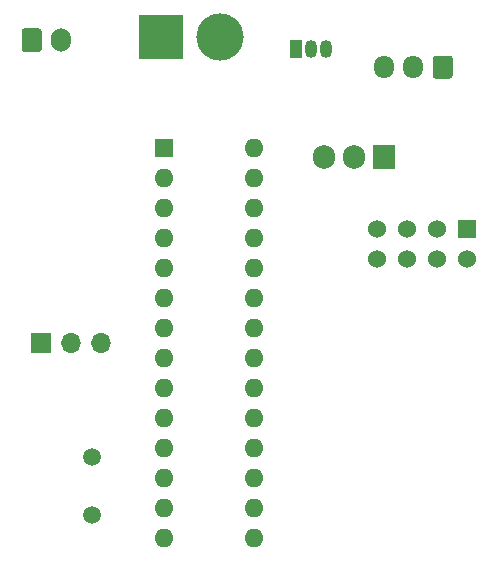
<source format=gbr>
G04 #@! TF.GenerationSoftware,KiCad,Pcbnew,5.1.6-c6e7f7d~87~ubuntu20.04.1*
G04 #@! TF.CreationDate,2020-09-27T23:00:53+02:00*
G04 #@! TF.ProjectId,soil_humidity_module,736f696c-5f68-4756-9d69-646974795f6d,rev?*
G04 #@! TF.SameCoordinates,Original*
G04 #@! TF.FileFunction,Soldermask,Bot*
G04 #@! TF.FilePolarity,Negative*
%FSLAX46Y46*%
G04 Gerber Fmt 4.6, Leading zero omitted, Abs format (unit mm)*
G04 Created by KiCad (PCBNEW 5.1.6-c6e7f7d~87~ubuntu20.04.1) date 2020-09-27 23:00:53*
%MOMM*%
%LPD*%
G01*
G04 APERTURE LIST*
%ADD10O,1.700000X2.000000*%
%ADD11O,1.700000X1.700000*%
%ADD12R,1.700000X1.700000*%
%ADD13C,1.524000*%
%ADD14R,1.524000X1.524000*%
%ADD15R,3.800000X3.800000*%
%ADD16C,4.000000*%
%ADD17R,1.905000X2.000000*%
%ADD18O,1.905000X2.000000*%
%ADD19O,1.050000X1.500000*%
%ADD20R,1.050000X1.500000*%
%ADD21O,1.700000X1.950000*%
%ADD22R,1.600000X1.600000*%
%ADD23O,1.600000X1.600000*%
%ADD24C,1.500000*%
G04 APERTURE END LIST*
D10*
X137120000Y-84074000D03*
G36*
G01*
X133770000Y-84824000D02*
X133770000Y-83324000D01*
G75*
G02*
X134020000Y-83074000I250000J0D01*
G01*
X135220000Y-83074000D01*
G75*
G02*
X135470000Y-83324000I0J-250000D01*
G01*
X135470000Y-84824000D01*
G75*
G02*
X135220000Y-85074000I-250000J0D01*
G01*
X134020000Y-85074000D01*
G75*
G02*
X133770000Y-84824000I0J250000D01*
G01*
G37*
D11*
X140462000Y-109728000D03*
X137922000Y-109728000D03*
D12*
X135382000Y-109728000D03*
D13*
X163830000Y-102616000D03*
X163830000Y-100076000D03*
X166370000Y-102616000D03*
X166370000Y-100076000D03*
X168910000Y-102616000D03*
X168910000Y-100076000D03*
X171450000Y-102616000D03*
D14*
X171450000Y-100076000D03*
D15*
X145542000Y-83820000D03*
D16*
X150542000Y-83820000D03*
D17*
X164470000Y-93980000D03*
D18*
X161930000Y-93980000D03*
X159390000Y-93980000D03*
D19*
X158242000Y-84836000D03*
X159512000Y-84836000D03*
D20*
X156972000Y-84836000D03*
G36*
G01*
X170268000Y-85635000D02*
X170268000Y-87085000D01*
G75*
G02*
X170018000Y-87335000I-250000J0D01*
G01*
X168818000Y-87335000D01*
G75*
G02*
X168568000Y-87085000I0J250000D01*
G01*
X168568000Y-85635000D01*
G75*
G02*
X168818000Y-85385000I250000J0D01*
G01*
X170018000Y-85385000D01*
G75*
G02*
X170268000Y-85635000I0J-250000D01*
G01*
G37*
D21*
X166918000Y-86360000D03*
X164418000Y-86360000D03*
D22*
X145796000Y-93218000D03*
D23*
X153416000Y-126238000D03*
X145796000Y-95758000D03*
X153416000Y-123698000D03*
X145796000Y-98298000D03*
X153416000Y-121158000D03*
X145796000Y-100838000D03*
X153416000Y-118618000D03*
X145796000Y-103378000D03*
X153416000Y-116078000D03*
X145796000Y-105918000D03*
X153416000Y-113538000D03*
X145796000Y-108458000D03*
X153416000Y-110998000D03*
X145796000Y-110998000D03*
X153416000Y-108458000D03*
X145796000Y-113538000D03*
X153416000Y-105918000D03*
X145796000Y-116078000D03*
X153416000Y-103378000D03*
X145796000Y-118618000D03*
X153416000Y-100838000D03*
X145796000Y-121158000D03*
X153416000Y-98298000D03*
X145796000Y-123698000D03*
X153416000Y-95758000D03*
X145796000Y-126238000D03*
X153416000Y-93218000D03*
D24*
X139700000Y-119380000D03*
X139700000Y-124260000D03*
M02*

</source>
